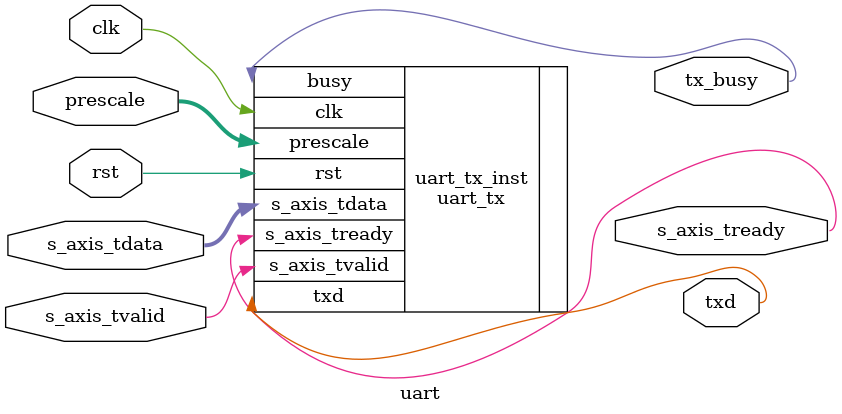
<source format=v>
/*

Copyright (c) 2014-2017 Alex Forencich

Permission is hereby granted, free of charge, to any person obtaining a copy
of this software and associated documentation files (the "Software"), to deal
in the Software without restriction, including without limitation the rights
to use, copy, modify, merge, publish, distribute, sublicense, and/or sell
copies of the Software, and to permit persons to whom the Software is
furnished to do so, subject to the following conditions:

The above copyright notice and this permission notice shall be included in
all copies or substantial portions of the Software.

THE SOFTWARE IS PROVIDED "AS IS", WITHOUT WARRANTY OF ANY KIND, EXPRESS OR
IMPLIED, INCLUDING BUT NOT LIMITED TO THE WARRANTIES OF MERCHANTABILITY
FITNESS FOR A PARTICULAR PURPOSE AND NONINFRINGEMENT. IN NO EVENT SHALL THE
AUTHORS OR COPYRIGHT HOLDERS BE LIABLE FOR ANY CLAIM, DAMAGES OR OTHER
LIABILITY, WHETHER IN AN ACTION OF CONTRACT, TORT OR OTHERWISE, ARISING FROM,
OUT OF OR IN CONNECTION WITH THE SOFTWARE OR THE USE OR OTHER DEALINGS IN
THE SOFTWARE.

*/

// Language: Verilog 2001

`timescale 1ns / 1ps

/*
 * AXI4-Stream UART
 */
module uart #
(
    parameter DATA_WIDTH = 8
)
(
    input  wire                   clk,
    input  wire                   rst,

    /*
     * AXI input
     */
    input  wire [DATA_WIDTH-1:0]  s_axis_tdata,
    input  wire                   s_axis_tvalid,
    output wire                   s_axis_tready,

    /*
     * AXI output
     */
   // output wire [DATA_WIDTH-1:0]  m_axis_tdata,
   // output wire                   m_axis_tvalid,
   // input  wire                   m_axis_tready,

    /*
     * UART interface
     */
   // input  wire                   rxd,
    output wire                   txd,

    /*
     * Status
     */
    output wire                   tx_busy,
   // output wire                   rx_busy,
   // output wire                   rx_overrun_error,
   // output wire                   rx_frame_error,

    /*
     * Configuration
     */
    input  wire [15:0]            prescale

);

uart_tx #(
    .DATA_WIDTH(DATA_WIDTH)
)
uart_tx_inst (
    .clk(clk),
    .rst(rst),
    // axi input
    .s_axis_tdata(s_axis_tdata),
    .s_axis_tvalid(s_axis_tvalid),
    .s_axis_tready(s_axis_tready),
    // output
    .txd(txd),
    // status
    .busy(tx_busy),
    // configuration
    .prescale(prescale)
);

//uart_rx #(
//    .DATA_WIDTH(DATA_WIDTH)
//)
//uart_rx_inst (
//    .clk(clk),
//    .rst(rst),
//    // axi output
//    .m_axis_tdata(m_axis_tdata),
//    .m_axis_tvalid(m_axis_tvalid),
//    .m_axis_tready(m_axis_tready),
//    // input
//    .rxd(rxd),
//    // status
//    .busy(rx_busy),
//    .overrun_error(rx_overrun_error),
//    .frame_error(rx_frame_error),
//    // configuration
//    .prescale(prescale)
//);

endmodule

</source>
